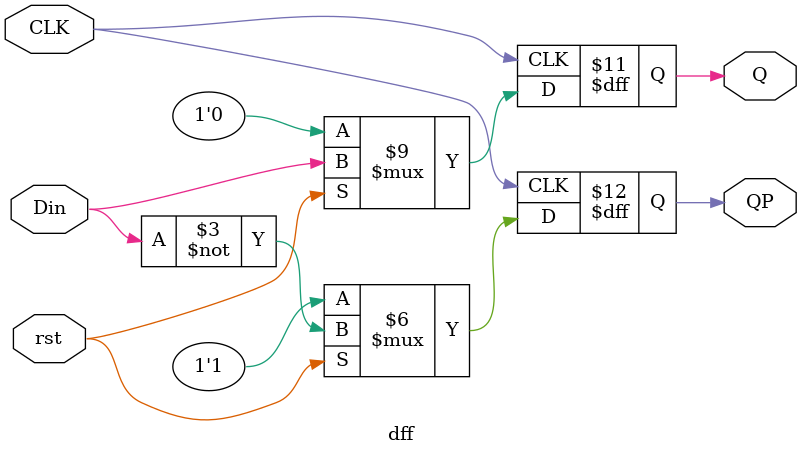
<source format=v>
`timescale 1ns / 1ps
module dff (Q , QP, CLK , Din, rst);
	input CLK,Din,rst;
	output Q , QP;
	reg Q , QP;
	
	initial 
		begin
			Q = 1'b0; 
			QP = 1'b1;
	   end
	
    always @ (posedge CLK) 
			begin
			  if(~rst)
				  begin
					Q = 1'b0;
					QP= 1'b1;
				  end
			  else
				  begin
					Q = Din;
					QP = ~Din;
				  end
			  
			end
endmodule

</source>
